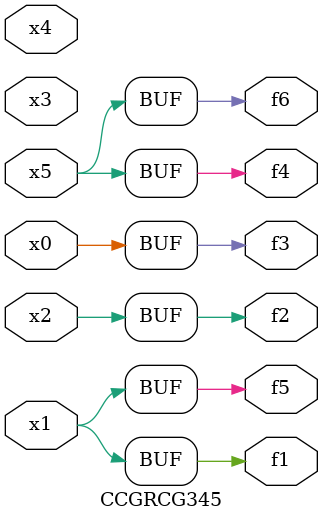
<source format=v>
module CCGRCG345(
	input x0, x1, x2, x3, x4, x5,
	output f1, f2, f3, f4, f5, f6
);
	assign f1 = x1;
	assign f2 = x2;
	assign f3 = x0;
	assign f4 = x5;
	assign f5 = x1;
	assign f6 = x5;
endmodule

</source>
